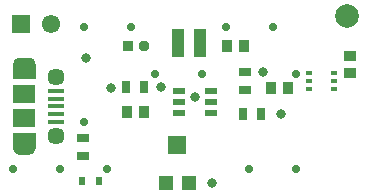
<source format=gbr>
G04*
G04 #@! TF.GenerationSoftware,Altium Limited,Altium Designer,24.6.1 (21)*
G04*
G04 Layer_Color=8388736*
%FSLAX25Y25*%
%MOIN*%
G70*
G04*
G04 #@! TF.SameCoordinates,5512D287-6342-4ABA-9CF6-7DAEAAFA0F20*
G04*
G04*
G04 #@! TF.FilePolarity,Negative*
G04*
G01*
G75*
%ADD16C,0.01968*%
%ADD17R,0.03937X0.03150*%
%ADD18R,0.02362X0.03150*%
%ADD19R,0.04724X0.04724*%
%ADD20R,0.06299X0.05906*%
%ADD21R,0.04134X0.03740*%
%ADD22R,0.02362X0.01575*%
%ADD23R,0.03740X0.04134*%
%ADD24R,0.05315X0.01575*%
%ADD25R,0.07480X0.05906*%
%ADD26R,0.03150X0.03937*%
%ADD27R,0.03850X0.02200*%
%ADD28R,0.04134X0.09449*%
%ADD29C,0.05709*%
%ADD30C,0.03700*%
%ADD31R,0.03700X0.03700*%
%ADD32C,0.06102*%
%ADD33R,0.06102X0.06102*%
%ADD34C,0.03150*%
%ADD35C,0.02800*%
%ADD36C,0.07874*%
G36*
X338240Y337390D02*
X330760Y337390D01*
Y342508D01*
X338240D01*
Y337390D01*
D02*
G37*
G36*
X336272Y335421D02*
X332728Y335421D01*
X332728Y337390D01*
X336272D01*
X336272Y335421D01*
D02*
G37*
G36*
X336272Y365736D02*
X332728D01*
Y367705D01*
X336272Y367705D01*
Y365736D01*
D02*
G37*
G36*
X338240Y360618D02*
X330760D01*
Y365736D01*
X338240D01*
Y360618D01*
D02*
G37*
D16*
X333713Y365736D02*
G03*
X333713Y365736I-984J0D01*
G01*
X337256D02*
G03*
X337256Y365736I-984J0D01*
G01*
X333713Y337390D02*
G03*
X333713Y337390I-984J0D01*
G01*
X337256D02*
G03*
X337256Y337390I-984J0D01*
G01*
D17*
X354000Y340953D02*
D03*
Y335047D02*
D03*
X408000Y362953D02*
D03*
Y357047D02*
D03*
D18*
X359354Y326500D02*
D03*
X353646D02*
D03*
D19*
X381563Y325894D02*
D03*
X389437D02*
D03*
D20*
X385500Y338689D02*
D03*
D21*
X443000Y362646D02*
D03*
Y368354D02*
D03*
D22*
X429366Y357441D02*
D03*
Y360000D02*
D03*
Y362559D02*
D03*
X437634D02*
D03*
Y360000D02*
D03*
Y357441D02*
D03*
D23*
X402146Y371500D02*
D03*
X407854D02*
D03*
X416646Y357500D02*
D03*
X422354D02*
D03*
X368646Y349500D02*
D03*
X374354D02*
D03*
D24*
X345130Y356681D02*
D03*
Y354122D02*
D03*
Y351563D02*
D03*
Y349004D02*
D03*
Y346445D02*
D03*
D25*
X334500Y355500D02*
D03*
X334500Y347626D02*
D03*
D26*
X368547Y358000D02*
D03*
X374453D02*
D03*
X407547Y349000D02*
D03*
X413453D02*
D03*
D27*
X386000Y356740D02*
D03*
Y353000D02*
D03*
Y349260D02*
D03*
X396750D02*
D03*
Y353000D02*
D03*
Y356740D02*
D03*
D28*
X385717Y372500D02*
D03*
X393000D02*
D03*
D29*
X345130Y341721D02*
D03*
Y361405D02*
D03*
D30*
X374512Y371500D02*
D03*
D31*
X369000D02*
D03*
D32*
X343500Y379000D02*
D03*
D33*
X333500D02*
D03*
D34*
X396894Y325894D02*
D03*
X414000Y363000D02*
D03*
X355000Y367500D02*
D03*
X363500Y357500D02*
D03*
X420000Y349000D02*
D03*
X391500Y354500D02*
D03*
X380000Y358000D02*
D03*
D35*
X425197Y362205D02*
D03*
Y330709D02*
D03*
X417323Y377953D02*
D03*
X409449Y330709D02*
D03*
X401575Y377953D02*
D03*
X393701Y362205D02*
D03*
X377953D02*
D03*
X370079Y377953D02*
D03*
X362205Y330709D02*
D03*
X354331Y377953D02*
D03*
Y346457D02*
D03*
X346457Y330709D02*
D03*
X330709D02*
D03*
D36*
X442000Y381500D02*
D03*
M02*

</source>
